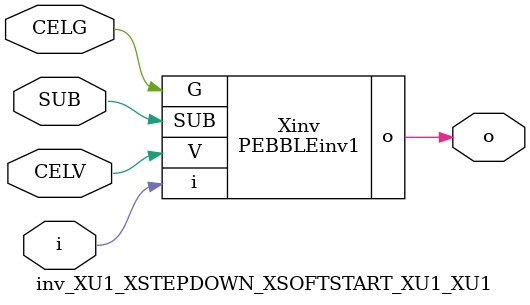
<source format=v>



module PEBBLEinv1 ( o, G, SUB, V, i );

  input V;
  input i;
  input G;
  output o;
  input SUB;
endmodule

//Celera Confidential Do Not Copy inv_XU1_XSTEPDOWN_XSOFTSTART_XU1_XU1
//Celera Confidential Symbol Generator
//5V Inverter
module inv_XU1_XSTEPDOWN_XSOFTSTART_XU1_XU1 (CELV,CELG,i,o,SUB);
input CELV;
input CELG;
input i;
input SUB;
output o;

//Celera Confidential Do Not Copy inv
PEBBLEinv1 Xinv(
.V (CELV),
.i (i),
.o (o),
.SUB (SUB),
.G (CELG)
);
//,diesize,PEBBLEinv1

//Celera Confidential Do Not Copy Module End
//Celera Schematic Generator
endmodule

</source>
